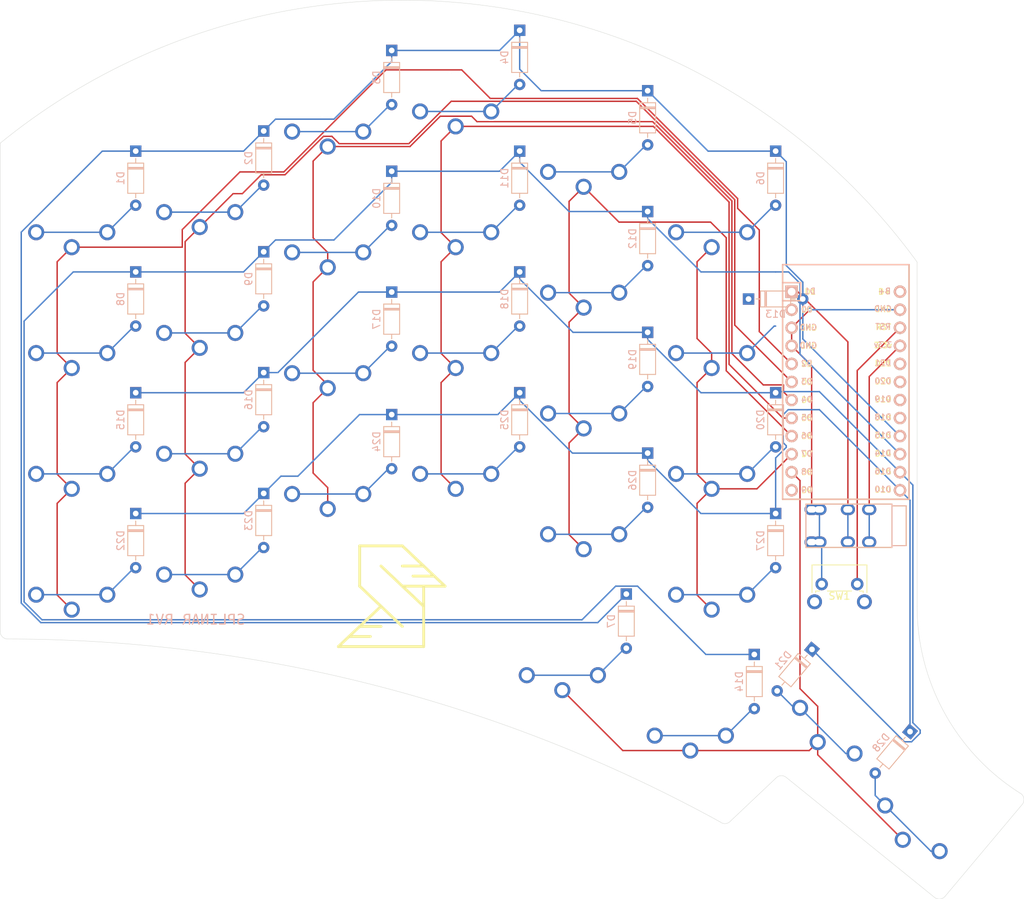
<source format=kicad_pcb>
(kicad_pcb (version 20240108) (generator "pcbnew") (generator_version "8.0")
  (layers (0 "F.Cu" signal) (31 "B.Cu" signal) (34 "B.Paste" user) (35 "F.Paste" user) (36 "B.SilkS" user "B.Silkscreen") (37 "F.SilkS" user "F.Silkscreen") (38 "B.Mask" user) (39 "F.Mask" user) (44 "Edge.Cuts" user))
  (net 0 "")
  (net 1 "Net-(D1-A)")
  (net 2 "Row 0")
  (net 3 "Net-(D2-A)")
  (net 4 "Net-(D3-A)")
  (net 5 "Net-(D4-A)")
  (net 6 "Net-(D5-A)")
  (net 7 "Net-(D6-A)")
  (net 8 "Net-(D7-A)")
  (net 9 "Row 1")
  (net 10 "Net-(D8-A)")
  (net 11 "Net-(D9-A)")
  (net 12 "Net-(D10-A)")
  (net 13 "Net-(D11-A)")
  (net 14 "Net-(D12-A)")
  (net 15 "Net-(D13-A)")
  (net 16 "Net-(D14-A)")
  (net 17 "Net-(D15-A)")
  (net 18 "Row 2")
  (net 19 "Net-(D16-A)")
  (net 20 "Net-(D17-A)")
  (net 21 "Net-(D18-A)")
  (net 22 "Net-(D19-A)")
  (net 23 "Net-(D20-A)")
  (net 24 "Net-(D21-A)")
  (net 25 "Row 3")
  (net 26 "Net-(D22-A)")
  (net 27 "Net-(D23-A)")
  (net 28 "Net-(D24-A)")
  (net 29 "Net-(D25-A)")
  (net 30 "Net-(D26-A)")
  (net 31 "Net-(D27-A)")
  (net 32 "Net-(D28-A)")
  (net 33 "Column 0")
  (net 34 "Column 1")
  (net 35 "Column 2")
  (net 36 "Column 3")
  (net 37 "Column 4")
  (net 38 "Column 5")
  (net 39 "Column 6")
  (net 40 "GND")
  (net 47 "RST")
  (net 48 "SDA")
  (net 49 "VCC")
  (footprint "Flippy:Kailh-PG1350-1u-reversible-No-Clickhole" (layer "F.Cu") (at 72 105.066661)
    (property "Reference" "S23")
    (property "Value" "Keyswitch" (hide yes))
  )
  (footprint "Flippy:Kailh-PG1350-1u-reversible-No-Clickhole" (layer "F.Cu") (at 72 71.066661)
    (property "Reference" "S9")
    (property "Value" "Keyswitch" (hide yes))
  )
  (footprint "Flippy:Kailh-PG1350-1u-reversible-No-Clickhole" (layer "F.Cu") (at 126 99.399995)
    (property "Reference" "S26")
    (property "Value" "Keyswitch" (hide yes))
  )
  (footprint "Flippy:Kailh-PG1350-1u-reversible-No-Clickhole" (layer "F.Cu") (at 126 82.399995)
    (property "Reference" "S19")
    (property "Value" "Keyswitch" (hide yes))
  )
  (footprint "Flippy:Kailh-PG1350-1u-reversible-No-Clickhole" (layer "F.Cu") (at 90 76.733329)
    (property "Reference" "S17")
    (property "Value" "Keyswitch" (hide yes))
  )
  (footprint "Flippy:Kailh-PG1350-1u-reversible-No-Clickhole" (layer "F.Cu") (at 54 73.9)
    (property "Reference" "S8")
    (property "Value" "Keyswitch" (hide yes))
  )
  (footprint "Flippy:Kailh-PG1350-1u-reversible-No-Clickhole" (layer "F.Cu") (at 162.707553 127.926004 -40)
    (property "Reference" "S21")
    (property "Value" "Keyswitch" (hide yes))
  )
  (footprint "Flippy:Kailh-PG1350-1u-reversible-No-Clickhole" (layer "F.Cu") (at 72 88.066661)
    (property "Reference" "S16")
    (property "Value" "Keyswitch" (hide yes))
  )
  (footprint "Flippy:Kailh-PG1350-1u-reversible-No-Clickhole" (layer "F.Cu") (at 90 93.733329)
    (property "Reference" "S24")
    (property "Value" "Keyswitch" (hide yes))
  )
  (footprint "Flippy:Kailh-PG1350-1u-reversible-No-Clickhole" (layer "F.Cu") (at 126 48.399995)
    (property "Reference" "S5")
    (property "Value" "Keyswitch" (hide yes))
  )
  (footprint "Flippy:Kailh-PG1350-1u-reversible-No-Clickhole" (layer "F.Cu") (at 126 65.399995)
    (property "Reference" "S12")
    (property "Value" "Keyswitch" (hide yes))
  )
  (footprint "Flippy:Kailh-PG1350-1u-reversible-No-Clickhole" (layer "F.Cu") (at 144 73.899994)
    (property "Reference" "S13")
    (property "Value" "Keyswitch" (hide yes))
  )
  (footprint "Flippy:Kailh-PG1350-1u-reversible-No-Clickhole" (layer "F.Cu") (at 90 42.733329)
    (property "Reference" "S3")
    (property "Value" "Keyswitch" (hide yes))
  )
  (footprint "Flippy:Kailh-PG1350-1u-reversible-No-Clickhole" (layer "F.Cu") (at 108 56.899996)
    (property "Reference" "S11")
    (property "Value" "Keyswitch" (hide yes))
  )
  (footprint "Keebio:SW_Tactile_SPST_Angled_MJTP1117" (layer "F.Cu") (at 159.475 110.2125)
    (property "Reference" "SW1")
    (property "Value" "SW_Push")
  )
  (footprint "Flippy:Kailh-PG1350-1u-reversible-No-Clickhole" (layer "F.Cu") (at 144 107.899994)
    (property "Reference" "S27")
    (property "Value" "Keyswitch" (hide yes))
  )
  (footprint "ScottoKeebs_MCU:Nice_Nano_V2" (layer "F.Cu") (at 162.87 83.0325)
    (property "Reference" "U2" (hide yes))
    (property "Value" "Nice_Nano_V2" (hide yes))
  )
  (footprint "Flippy:Kailh-PG1350-1u-reversible-No-Clickhole" (layer "F.Cu") (at 108 90.899996)
    (property "Reference" "S25")
    (property "Value" "Keyswitch" (hide yes))
  )
  (footprint "Flippy:Kailh-PG1350-1u-reversible-No-Clickhole" (layer "F.Cu") (at 54 90.9)
    (property "Reference" "S15")
    (property "Value" "Keyswitch" (hide yes))
  )
  (footprint "Flippy:Kailh-PG1350-1u-reversible-No-Clickhole" (layer "F.Cu") (at 54 56.9)
    (property "Reference" "S1")
    (property "Value" "Keyswitch" (hide yes))
  )
  (footprint "Flippy:TRRS_PJ-320A_FLIP" (layer "F.Cu") (at 169.3625 102 -90)
    (property "Reference" "U1")
    (property "Value" "TRRS")
  )
  (footprint "Flippy:Kailh-PG1350-1u-reversible-No-Clickhole" (layer "F.Cu") (at 123 119.23332)
    (property "Reference" "S7")
    (property "Value" "Keyswitch" (hide yes))
  )
  (footprint "Flippy:Kailh-PG1350-1u-reversible-No-Clickhole" (layer "F.Cu") (at 144 90.899994)
    (property "Reference" "S20")
    (property "Value" "Keyswitch" (hide yes))
  )
  (footprint "Flippy:Kailh-PG1350-1u-reversible-No-Clickhole" (layer "F.Cu") (at 144 56.899994)
    (property "Reference" "S6")
    (property "Value" "Keyswitch" (hide yes))
  )
  (footprint "Flippy:Kailh-PG1350-1u-reversible-No-Clickhole" (layer "F.Cu") (at 108 39.899996)
    (property "Reference" "S4")
    (property "Value" "Keyswitch" (hide yes))
  )
  (footprint "Flippy:Kailh-PG1350-1u-reversible-No-Clickhole" (layer "F.Cu") (at 174.675112 141.66665 -40)
    (property "Reference" "S28")
    (property "Value" "Keyswitch" (hide yes))
  )
  (footprint "Flippy:Kailh-PG1350-1u-reversible-No-Clickhole" (layer "F.Cu") (at 90 59.733329)
    (property "Reference" "S10")
    (property "Value" "Keyswitch" (hide yes))
  )
  (footprint "Flippy:Kailh-PG1350-1u-reversible-No-Clickhole" (layer "F.Cu") (at 54 107.9)
    (property "Reference" "S22")
    (property "Value" "Keyswitch" (hide yes))
  )
  (footprint "Flippy:Kailh-PG1350-1u-reversible-No-Clickhole" (layer "F.Cu") (at 108 73.899996)
    (property "Reference" "S18")
    (property "Value" "Keyswitch" (hide yes))
  )
  (footprint "Flippy:Kailh-PG1350-1u-reversible-No-Clickhole" (layer "F.Cu") (at 141 127.733319)
    (property "Reference" "S14")
    (property "Value" "Keyswitch" (hide yes))
  )
  (footprint "Flippy:Kailh-PG1350-1u-reversible-No-Clickhole" (layer "F.Cu") (at 72 54.066661)
    (property "Reference" "S2")
    (property "Value" "Keyswitch" (hide yes))
  )
  (footprint "Flippy:Diode_DO-35-FLIP" (layer "B.Cu") (at 150 120.113319 -90)
    (property "Reference" "D14")
    (property "Value" "Diode")
  )
  (footprint "Flippy:Diode_DO-35-FLIP" (layer "B.Cu") (at 81 63.446661 -90)
    (property "Reference" "D9")
    (property "Value" "Diode")
  )
  (footprint "Flippy:Diode_DO-35-FLIP" (layer "B.Cu") (at 81 80.446661 -90)
    (property "Reference" "D16")
    (property "Value" "Diode")
  )
  (footprint "Flippy:Diode_DO-35-FLIP" (layer "B.Cu") (at 63 66.28 -90)
    (property "Reference" "D8")
    (property "Value" "Diode")
  )
  (footprint "Flippy:Diode_DO-35-FLIP" (layer "B.Cu") (at 117 49.279996 -90)
    (property "Reference" "D11")
    (property "Value" "Diode")
  )
  (footprint "Flippy:Diode_DO-35-FLIP" (layer "B.Cu") (at 135 91.779994 -90)
    (property "Reference" "D26")
    (property "Value" "Diode")
  )
  (footprint "Flippy:Diode_DO-35-FLIP" (layer "B.Cu") (at 117 66.28 -90)
    (property "Reference" "D18")
    (property "Value" "Diode")
  )
  (footprint "Flippy:Diode_DO-35-FLIP" (layer "B.Cu") (at 63 83.28 -90)
    (property "Reference" "D15")
    (property "Value" "Diode")
  )
  (footprint "Flippy:Diode_DO-35-FLIP" (layer "B.Cu") (at 153 49.279994 -90)
    (property "Reference" "D6")
    (property "Value" "Diode")
  )
  (footprint "Flippy:Diode_DO-35-FLIP" (layer "B.Cu") (at 63 49.28 -90)
    (property "Reference" "D1")
    (property "Value" "Diode")
  )
  (footprint "Flippy:Diode_DO-35-FLIP" (layer "B.Cu") (at 81 46.446661 -90)
    (property "Reference" "D2")
    (property "Value" "Diode")
  )
  (footprint "Flippy:Diode_DO-35-FLIP" (layer "B.Cu") (at 117 32.279996 -90)
    (property "Reference" "D4")
    (property "Value" "Diode")
  )
  (footprint "Flippy:Diode_DO-35-FLIP" (layer "B.Cu") (at 99 35.113329 -90)
    (property "Reference" "D3")
    (property "Value" "Diode")
  )
  (footprint "Flippy:Diode_DO-35-FLIP" (layer "B.Cu") (at 135 40.78 -90)
    (property "Reference" "D5")
    (property "Value" "Diode")
  )
  (footprint "Flippy:Diode_DO-35-FLIP" (layer "B.Cu") (at 99 86.355 -90)
    (property "Reference" "D24")
    (property "Value" "Diode")
  )
  (footprint "Flippy:Diode_DO-35-FLIP" (layer "B.Cu") (at 149.19 70.089994)
    (property "Reference" "D13")
    (property "Value" "Diode")
  )
  (footprint "Flippy:Diode_DO-35-FLIP" (layer "B.Cu") (at 135 57.78 -90)
    (property "Reference" "D12")
    (property "Value" "Diode")
  )
  (footprint "Flippy:Diode_DO-35-FLIP" (layer "B.Cu") (at 158.1112 119.4 -130)
    (property "Reference" "D21")
    (property "Value" "Diode")
  )
  (footprint "Flippy:Diode_DO-35-FLIP" (layer "B.Cu") (at 117 83.279996 -90)
    (property "Reference" "D25")
    (property "Value" "Diode")
  )
  (footprint "Flippy:Diode_DO-35-FLIP" (layer "B.Cu") (at 132 111.613319 -90)
    (property "Reference" "D7")
    (property "Value" "Diode")
  )
  (footprint "Flippy:Diode_DO-35-FLIP" (layer "B.Cu") (at 99 69.113329 -90)
    (property "Reference" "D17")
    (property "Value" "Diode")
  )
  (footprint "Flippy:Diode_DO-35-FLIP" (layer "B.Cu") (at 99 52.113329 -90)
    (property "Reference" "D10")
    (property "Value" "Diode")
  )
  (footprint "Flippy:Diode_DO-35-FLIP" (layer "B.Cu") (at 81 97.446661 -90)
    (property "Reference" "D23")
    (property "Value" "Diode")
  )
  (footprint "Flippy:Diode_DO-35-FLIP" (layer "B.Cu") (at 153 100.28 -90)
    (property "Reference" "D27")
    (property "Value" "Diode")
  )
  (footprint "Flippy:Diode_DO-35-FLIP" (layer "B.Cu") (at 171.9 130.970177 -130)
    (property "Reference" "D28")
    (property "Value" "Diode")
  )
  (footprint "Flippy:Diode_DO-35-FLIP" (layer "B.Cu") (at 153 83.28 -90)
    (property "Reference" "D20")
    (property "Value" "Diode")
  )
  (footprint "Flippy:Diode_DO-35-FLIP" (layer "B.Cu") (at 135 74.78 -90)
    (property "Reference" "D19")
    (property "Value" "Diode")
  )
  (footprint "Flippy:Diode_DO-35-FLIP" (layer "B.Cu") (at 63 100.28 -90)
    (property "Reference" "D22")
    (property "Value" "Diode")
  )
  (gr_line (start 102 109.083359) (end 105 109.083359) (stroke (width 0.4)) (layer "F.SilkS"))
  (gr_line (start 106.5 110.500026) (end 100.5 110.500026) (stroke (width 0.4)) (layer "F.SilkS"))
  (gr_line (start 100.5 116.166694) (end 94.499957 110.500071) (stroke (width 0.4)) (layer "F.SilkS"))
  (gr_line (start 100.5 104.833358) (end 106.5 110.500026) (stroke (width 0.4)) (layer "F.SilkS"))
  (gr_line (start 97.5 113.33336) (end 91.499957 118.999983) (stroke (width 0.4)) (layer "F.SilkS"))
  (gr_line (start 100.5 107.666692) (end 103.5 107.666692) (stroke (width 0.4)) (layer "F.SilkS"))
  (gr_line (start 94.5 104.833358) (end 100.5 104.833358) (stroke (width 0.4)) (layer "F.SilkS"))
  (gr_line (start 94.5 110.500026) (end 94.5 104.833358) (stroke (width 0.4)) (layer "F.SilkS"))
  (gr_line (start 97.5 107.666692) (end 103.5 113.33336) (stroke (width 0.4)) (layer "F.SilkS"))
  (gr_line (start 94.5 116.166694) (end 97.5 116.166694) (stroke (width 0.4)) (layer "F.SilkS"))
  (gr_line (start 91.5 119.000028) (end 103.5 119.000028) (stroke (width 0.4)) (layer "F.SilkS"))
  (gr_line (start 103.5 119.000028) (end 103.5 110.500026) (stroke (width 0.4)) (layer "F.SilkS"))
  (gr_line (start 93 117.583361) (end 96 117.583361) (stroke (width 0.4)) (layer "F.SilkS"))
  (gr_line (start 105 109.083359) (end 103.5 107.666692) (stroke (width 0.1)) (layer "F.SilkS"))
  (gr_arc (start 45 117.9375) (mid 44.248699 117.626301) (end 43.9375 116.875) (stroke (width 0.05)) (layer "Edge.Cuts"))
  (gr_arc (start 146.676237 143.535476) (mid 145.954913 143.910928) (end 145.179352 143.666435) (stroke (width 0.05)) (layer "Edge.Cuts"))
  (gr_line (start 154.5 137.416699) (end 175.329594 154.281959) (stroke (width 0.05)) (layer "Edge.Cuts"))
  (gr_line (start 187.67352 141.223999) (end 176.826479 154.151) (stroke (width 0.05)) (layer "Edge.Cuts"))
  (gr_arc (start 176.826479 154.151) (mid 176.105159 154.526495) (end 175.329594 154.281959) (stroke (width 0.05)) (layer "Edge.Cuts"))
  (gr_arc (start 187.542559 139.727116) (mid 176.802804 128.426081) (end 172.895696 113.33336) (stroke (width 0.05)) (layer "Edge.Cuts"))
  (gr_arc (start 187.542559 139.727117) (mid 187.918053 140.448435) (end 187.67352 141.223999) (stroke (width 0.05)) (layer "Edge.Cuts"))
  (gr_arc (start 43.937496 48.166662) (mid 112.010304 28.782979) (end 172.891486 64.881676) (stroke (width 0.05)) (layer "Edge.Cuts"))
  (gr_arc (start 45 117.9375) (mid 96.71528 124.472443) (end 145.179352 143.666435) (stroke (width 0.05)) (layer "Edge.Cuts"))
  (gr_line (start 146.676237 143.535476) (end 153.003115 137.547658) (stroke (width 0.05)) (layer "Edge.Cuts"))
  (gr_line (start 43.937495 48.166661) (end 43.9375 116.875) (stroke (width 0.05)) (layer "Edge.Cuts"))
  (gr_line (start 172.895696 113.33336) (end 172.891486 64.881676) (stroke (width 0.05)) (layer "Edge.Cuts"))
  (gr_arc (start 153.003115 137.547658) (mid 153.724439 137.172206) (end 154.5 137.416699) (stroke (width 0.05)) (layer "Edge.Cuts"))
  (gr_text "SPLINAR RV1" (at 64.5 116.166694 0) (layer "B.SilkS") (effects (font (size 1.5 1.5) (thickness 0.1)) (justify right bottom mirror)))
  (segment (start 62.8 56.9) (end 63 56.9) (width 0.2) (layer "B.Cu") (net 1))
  (segment (start 49 60.7) (end 59 60.7) (width 0.2) (layer "B.Cu") (net 1))
  (segment (start 59 60.7) (end 62.8 56.9) (width 0.2) (layer "B.Cu") (net 1))
  (segment (start 78.166661 49.28) (end 81 46.446661) (width 0.2) (layer "B.Cu") (net 2))
  (segment (start 63 49.28) (end 78.166661 49.28) (width 0.2) (layer "B.Cu") (net 2))
  (segment (start 117 37.75) (end 120.03 40.78) (width 0.2) (layer "B.Cu") (net 2))
  (segment (start 154.5 50.779994) (end 154.5 65.394215) (width 0.2) (layer "B.Cu") (net 2))
  (segment (start 154.5 65.394215) (end 156.8263 67.720515) (width 0.2) (layer "B.Cu") (net 2))
  (segment (start 82.663332 44.783329) (end 90.883347 44.783329) (width 0.2) (layer "B.Cu") (net 2))
  (segment (start 58.303347 49.28) (end 63 49.28) (width 0.2) (layer "B.Cu") (net 2))
  (segment (start 143.499994 49.279994) (end 153 49.279994) (width 0.2) (layer "B.Cu") (net 2))
  (segment (start 153 49.279994) (end 154.5 50.779994) (width 0.2) (layer "B.Cu") (net 2))
  (segment (start 117 32.279996) (end 117 37.75) (width 0.2) (layer "B.Cu") (net 2))
  (segment (start 49.648621 115.631) (end 46.9 112.882378) (width 0.2) (layer "B.Cu") (net 2))
  (segment (start 156.8263 75.7188) (end 170.49 89.3825) (width 0.2) (layer "B.Cu") (net 2))
  (segment (start 114.166667 35.113329) (end 117 32.279996) (width 0.2) (layer "B.Cu") (net 2))
  (segment (start 127.982319 115.631) (end 49.648621 115.631) (width 0.2) (layer "B.Cu") (net 2))
  (segment (start 46.9 112.882378) (end 46.9 60.683347) (width 0.2) (layer "B.Cu") (net 2))
  (segment (start 135 40.78) (end 143.499994 49.279994) (width 0.2) (layer "B.Cu") (net 2))
  (segment (start 90.883347 44.783329) (end 99 36.666676) (width 0.2) (layer "B.Cu") (net 2))
  (segment (start 99 35.113329) (end 114.166667 35.113329) (width 0.2) (layer "B.Cu") (net 2))
  (segment (start 81 46.446661) (end 82.663332 44.783329) (width 0.2) (layer "B.Cu") (net 2))
  (segment (start 132 111.613319) (end 127.982319 115.631) (width 0.2) (layer "B.Cu") (net 2))
  (segment (start 46.9 60.683347) (end 58.303347 49.28) (width 0.2) (layer "B.Cu") (net 2))
  (segment (start 120.03 40.78) (end 135 40.78) (width 0.2) (layer "B.Cu") (net 2))
  (segment (start 99 36.666676) (end 99 35.113329) (width 0.2) (layer "B.Cu") (net 2))
  (segment (start 156.8263 67.720515) (end 156.8263 75.7188) (width 0.2) (layer "B.Cu") (net 2))
  (segment (start 67 57.866661) (end 77 57.866661) (width 0.2) (layer "B.Cu") (net 3))
  (segment (start 77 57.866661) (end 80.8 54.066661) (width 0.2) (layer "B.Cu") (net 3))
  (segment (start 80.8 54.066661) (end 81 54.066661) (width 0.2) (layer "B.Cu") (net 3))
  (segment (start 98.8 42.733329) (end 99 42.733329) (width 0.2) (layer "B.Cu") (net 4))
  (segment (start 85 46.533329) (end 95 46.533329) (width 0.2) (layer "B.Cu") (net 4))
  (segment (start 95 46.533329) (end 98.8 42.733329) (width 0.2) (layer "B.Cu") (net 4))
  (segment (start 103 43.699996) (end 113 43.699996) (width 0.2) (layer "B.Cu") (net 5))
  (segment (start 113 43.699996) (end 116.8 39.899996) (width 0.2) (layer "B.Cu") (net 5))
  (segment (start 116.8 39.899996) (end 117 39.899996) (width 0.2) (layer "B.Cu") (net 5))
  (segment (start 134.799995 48.4) (end 135 48.4) (width 0.2) (layer "B.Cu") (net 6))
  (segment (start 121 52.199995) (end 131 52.199995) (width 0.2) (layer "B.Cu") (net 6))
  (segment (start 131 52.199995) (end 134.799995 48.4) (width 0.2) (layer "B.Cu") (net 6))
  (segment (start 149 60.699994) (end 152.8 56.899994) (width 0.2) (layer "B.Cu") (net 7))
  (segment (start 152.8 56.899994) (end 153 56.899994) (width 0.2) (layer "B.Cu") (net 7))
  (segment (start 139 60.699994) (end 149 60.699994) (width 0.2) (layer "B.Cu") (net 7))
  (segment (start 128 123.03332) (end 131.800001 119.233319) (width 0.2) (layer "B.Cu") (net 8))
  (segment (start 118 123.03332) (end 128 123.03332) (width 0.2) (layer "B.Cu") (net 8))
  (segment (start 131.800001 119.233319) (end 132 119.233319) (width 0.2) (layer "B.Cu") (net 8))
  (segment (start 78.166661 66.28) (end 81 63.446661) (width 0.2) (layer "B.Cu") (net 9))
  (segment (start 54.220016 66.28) (end 63 66.28) (width 0.2) (layer "B.Cu") (net 9))
  (segment (start 130.5 110.500026) (end 125.769026 115.231) (width 0.2) (layer "B.Cu") (net 9))
  (segment (start 117 50.833346) (end 117 49.279996) (width 0.2) (layer "B.Cu") (net 9))
  (segment (start 47.3 73.200016) (end 54.220016 66.28) (width 0.2) (layer "B.Cu") (net 9))
  (segment (start 156.4263 67.8862) (end 154.820094 66.279994) (width 0.2) (layer "B.Cu") (net 9))
  (segment (start 143.196626 120.113319) (end 133.583333 110.500026) (width 0.2) (layer "B.Cu") (net 9))
  (segment (start 125.769026 115.231) (end 49.814307 115.231) (width 0.2) (layer "B.Cu") (net 9))
  (segment (start 142.499994 66.279994) (end 153 66.279994) (width 0.2) (layer "B.Cu") (net 9))
  (segment (start 133.583333 110.500026) (end 130.5 110.500026) (width 0.2) (layer "B.Cu") (net 9))
  (segment (start 82.663332 61.783329) (end 90.883351 61.783329) (width 0.2) (layer "B.Cu") (net 9))
  (segment (start 114.166667 52.113329) (end 117 49.279996) (width 0.2) (layer "B.Cu") (net 9))
  (segment (start 63 66.28) (end 78.166661 66.28) (width 0.2) (layer "B.Cu") (net 9))
  (segment (start 81 63.446661) (end 82.663332 61.783329) (width 0.2) (layer "B.Cu") (net 9))
  (segment (start 90.883351 61.783329) (end 99 53.66668) (width 0.2) (layer "B.Cu") (net 9))
  (segment (start 47.3 112.716693) (end 47.3 73.200016) (width 0.2) (layer "B.Cu") (net 9))
  (segment (start 99 53.66668) (end 99 52.113329) (width 0.2) (layer "B.Cu") (net 9))
  (segment (start 150 120.113319) (end 143.196626 120.113319) (width 0.2) (layer "B.Cu") (net 9))
  (segment (start 135 58.78) (end 142.499994 66.279994) (width 0.2) (layer "B.Cu") (net 9))
  (segment (start 123.946654 57.78) (end 117 50.833346) (width 0.2) (layer "B.Cu") (net 9))
  (segment (start 135 57.78) (end 123.946654 57.78) (width 0.2) (layer "B.Cu") (net 9))
  (segment (start 99 52.113329) (end 114.166667 52.113329) (width 0.2) (layer "B.Cu") (net 9))
  (segment (start 154.820094 66.279994) (end 153 66.279994) (width 0.2) (layer "B.Cu") (net 9))
  (segment (start 170.49 91.9225) (end 156.4263 77.8588) (width 0.2) (layer "B.Cu") (net 9))
  (segment (start 135 57.78) (end 135 58.78) (width 0.2) (layer "B.Cu") (net 9))
  (segment (start 49.814307 115.231) (end 47.3 112.716693) (width 0.2) (layer "B.Cu") (net 9))
  (segment (start 156.4263 77.8588) (end 156.4263 67.8862) (width 0.2) (layer "B.Cu") (net 9))
  (segment (start 59 77.7) (end 62.8 73.9) (width 0.2) (layer "B.Cu") (net 10))
  (segment (start 62.8 73.9) (end 63 73.9) (width 0.2) (layer "B.Cu") (net 10))
  (segment (start 49 77.7) (end 59 77.7) (width 0.2) (layer "B.Cu") (net 10))
  (segment (start 80.8 71.066661) (end 81 71.066661) (width 0.2) (layer "B.Cu") (net 11))
  (segment (start 67 74.866661) (end 77 74.866661) (width 0.2) (layer "B.Cu") (net 11))
  (segment (start 77 74.866661) (end 80.8 71.066661) (width 0.2) (layer "B.Cu") (net 11))
  (segment (start 98.8 59.733329) (end 99 59.733329) (width 0.2) (layer "B.Cu") (net 12))
  (segment (start 95 63.533329) (end 98.8 59.733329) (width 0.2) (layer "B.Cu") (net 12))
  (segment (start 85 63.533329) (end 95 63.533329) (width 0.2) (layer "B.Cu") (net 12))
  (segment (start 103 60.699996) (end 113 60.699996) (width 0.2) (layer "B.Cu") (net 13))
  (segment (start 113 60.699996) (end 116.8 56.899996) (width 0.2) (layer "B.Cu") (net 13))
  (segment (start 116.8 56.899996) (end 117 56.899996) (width 0.2) (layer "B.Cu") (net 13))
  (segment (start 121 69.199995) (end 131 69.199995) (width 0.2) (layer "B.Cu") (net 14))
  (segment (start 134.799995 65.4) (end 135 65.4) (width 0.2) (layer "B.Cu") (net 14))
  (segment (start 131 69.199995) (end 134.799995 65.4) (width 0.2) (layer "B.Cu") (net 14))
  (segment (start 149 77.699994) (end 152.8 73.899994) (width 0.2) (layer "B.Cu") (net 15))
  (segment (start 152.8 73.899994) (end 153 73.899994) (width 0.2) (layer "B.Cu") (net 15))
  (segment (start 139 77.699994) (end 149 77.699994) (width 0.2) (layer "B.Cu") (net 15))
  (segment (start 136 131.533319) (end 146 131.533319) (width 0.2) (layer "B.Cu") (net 16))
  (segment (start 149.8 127.733319) (end 150 127.733319) (width 0.2) (layer "B.Cu") (net 16))
  (segment (start 146 131.533319) (end 149.8 127.733319) (width 0.2) (layer "B.Cu") (net 16))
  (segment (start 62.8 90.9) (end 63 90.9) (width 0.2) (layer "B.Cu") (net 17))
  (segment (start 59 94.7) (end 62.8 90.9) (width 0.2) (layer "B.Cu") (net 17))
  (segment (start 49 94.7) (end 59 94.7) (width 0.2) (layer "B.Cu") (net 17))
  (segment (start 172.3 96.2725) (end 170.49 94.4625) (width 0.2) (layer "B.Cu") (net 18))
  (segment (start 159.1537 83.1262) (end 170.49 94.4625) (width 0.2) (layer "B.Cu") (net 18))
  (segment (start 173.327066 131.193047) (end 173.327066 130.747307) (width 0.2) (layer "B.Cu") (net 18))
  (segment (start 135 74.78) (end 135 75.78) (width 0.2) (layer "B.Cu") (net 18))
  (segment (start 135 75.78) (end 142.5 83.28) (width 0.2) (layer "B.Cu") (net 18))
  (segment (start 158.1112 119.4) (end 171.108443 132.397243) (width 0.2) (layer "B.Cu") (net 18))
  (segment (start 117 67.28) (end 124.5 74.78) (width 0.2) (layer "B.Cu") (net 18))
  (segment (start 153.1538 83.1262) (end 159.1537 83.1262) (width 0.2) (layer "B.Cu") (net 18))
  (segment (start 114.166671 69.113329) (end 117 66.28) (width 0.2) (layer "B.Cu") (net 18))
  (segment (start 63 83.28) (end 78.166661 83.28) (width 0.2) (layer "B.Cu") (net 18))
  (segment (start 153 83.28) (end 153.1538 83.1262) (width 0.2) (layer "B.Cu") (net 18))
  (segment (start 99 69.113329) (end 114.166671 69.113329) (width 0.2) (layer "B.Cu") (net 18))
  (segment (start 82.993578 80.446661) (end 94.32691 69.113329) (width 0.2) (layer "B.Cu") (net 18))
  (segment (start 142.5 83.28) (end 153 83.28) (width 0.2) (layer "B.Cu") (net 18))
  (segment (start 117 66.28) (end 117 67.28) (width 0.2) (layer "B.Cu") (net 18))
  (segment (start 81 80.446661) (end 82.993578 80.446661) (width 0.2) (layer "B.Cu") (net 18))
  (segment (start 173.327066 130.747307) (end 172.3 129.720241) (width 0.2) (layer "B.Cu") (net 18))
  (segment (start 171.108443 132.397243) (end 172.12287 132.397243) (width 0.2) (layer "B.Cu") (net 18))
  (segment (start 78.166661 83.28) (end 81 80.446661) (width 0.2) (layer "B.Cu") (net 18))
  (segment (start 172.3 129.720241) (end 172.3 96.2725) (width 0.2) (layer "B.Cu") (net 18))
  (segment (start 94.32691 69.113329) (end 99 69.113329) (width 0.2) (layer "B.Cu") (net 18))
  (segment (start 172.12287 132.397243) (end 173.327066 131.193047) (width 0.2) (layer "B.Cu") (net 18))
  (segment (start 124.5 74.78) (end 135 74.78) (width 0.2) (layer "B.Cu") (net 18))
  (segment (start 80.8 88.066661) (end 81 88.066661) (width 0.2) (layer "B.Cu") (net 19))
  (segment (start 77 91.866661) (end 80.8 88.066661) (width 0.2) (layer "B.Cu") (net 19))
  (segment (start 67 91.866661) (end 77 91.866661) (width 0.2) (layer "B.Cu") (net 19))
  (segment (start 98.8 76.733329) (end 99 76.733329) (width 0.2) (layer "B.Cu") (net 20))
  (segment (start 95 80.533329) (end 98.8 76.733329) (width 0.2) (layer "B.Cu") (net 20))
  (segment (start 85 80.533329) (end 95 80.533329) (width 0.2) (layer "B.Cu") (net 20))
  (segment (start 116.799996 73.9) (end 117 73.9) (width 0.2) (layer "B.Cu") (net 21))
  (segment (start 113 77.699996) (end 116.799996 73.9) (width 0.2) (layer "B.Cu") (net 21))
  (segment (start 103 77.699996) (end 113 77.699996) (width 0.2) (layer "B.Cu") (net 21))
  (segment (start 134.799995 82.4) (end 135 82.4) (width 0.2) (layer "B.Cu") (net 22))
  (segment (start 131 86.199995) (end 134.799995 82.4) (width 0.2) (layer "B.Cu") (net 22))
  (segment (start 121 86.199995) (end 131 86.199995) (width 0.2) (layer "B.Cu") (net 22))
  (segment (start 152.799994 90.9) (end 153 90.9) (width 0.2) (layer "B.Cu") (net 23))
  (segment (start 139 94.699994) (end 149 94.699994) (width 0.2) (layer "B.Cu") (net 23))
  (segment (start 149 94.699994) (end 152.799994 90.9) (width 0.2) (layer "B.Cu") (net 23))
  (segment (start 153.213158 125.237259) (end 155.598934 127.623035) (width 0.2) (layer "B.Cu") (net 24))
  (segment (start 156.434738 127.623035) (end 162.862614 134.050911) (width 0.2) (layer "B.Cu") (net 24))
  (segment (start 162.862614 134.050911) (end 164.095182 134.050911) (width 0.2) (layer "B.Cu") (net 24))
  (segment (start 155.598934 127.623035) (end 156.434738 127.623035) (width 0.2) (layer "B.Cu") (net 24))
  (segment (start 142.500006 100.28) (end 153 100.28) (width 0.2) (layer "B.Cu") (net 25))
  (segment (start 135 91.779994) (end 135 92.779994) (width 0.2) (layer "B.Cu") (net 25))
  (segment (start 63 100.28) (end 78.166661 100.28) (width 0.2) (layer "B.Cu") (net 25))
  (segment (start 153 100.28) (end 153 92.455635) (width 0.2) (layer "B.Cu") (net 25))
  (segment (start 171.9 98.4125) (end 170.49 97.0025) (width 0.2) (layer "B.Cu") (net 25))
  (segment (start 117 84.35258) (end 124.427414 91.779994) (width 0.2) (layer "B.Cu") (net 25))
  (segment (start 154.0737 86.35526) (end 154.76276 85.6662) (width 0.2) (layer "B.Cu") (net 25))
  (segment (start 154.5 90.955635) (end 154.5 90.750021) (width 0.2) (layer "B.Cu") (net 25))
  (segment (start 113.924996 86.355) (end 117 83.279996) (width 0.2) (layer "B.Cu") (net 25))
  (segment (start 83.422083 95.024578) (end 85.809613 95.024578) (width 0.2) (layer "B.Cu") (net 25))
  (segment (start 94.479191 86.355) (end 99 86.355) (width 0.2) (layer "B.Cu") (net 25))
  (segment (start 154.76276 85.6662) (end 159.1537 85.6662) (width 0.2) (layer "B.Cu") (net 25))
  (segment (start 171.9 130.970177) (end 171.9 98.4125) (width 0.2) (layer "B.Cu") (net 25))
  (segment (start 154.0737 90.323721) (end 154.0737 86.35526) (width 0.2) (layer "B.Cu") (net 25))
  (segment (start 81 97.446661) (end 83.422083 95.024578) (width 0.2) (layer "B.Cu") (net 25))
  (segment (start 135 92.779994) (end 142.500006 100.28) (width 0.2) (layer "B.Cu") (net 25))
  (segment (start 154.5 90.750021) (end 154.0737 90.323721) (width 0.2) (layer "B.Cu") (net 25))
  (segment (start 78.166661 100.28) (end 81 97.446661) (width 0.2) (layer "B.Cu") (net 25))
  (segment (start 99 86.355) (end 113.924996 86.355) (width 0.2) (layer "B.Cu") (net 25))
  (segment (start 153 92.455635) (end 154.5 90.955635) (width 0.2) (layer "B.Cu") (net 25))
  (segment (start 117 83.279996) (end 117 84.35258) (width 0.2) (layer "B.Cu") (net 25))
  (segment (start 159.1537 85.6662) (end 170.49 97.0025) (width 0.2) (layer "B.Cu") (net 25))
  (segment (start 85.809613 95.024578) (end 94.479191 86.355) (width 0.2) (layer "B.Cu") (net 25))
  (segment (start 124.427414 91.779994) (end 135 91.779994) (width 0.2) (layer "B.Cu") (net 25))
  (segment (start 62.8 107.9) (end 63 107.9) (width 0.2) (layer "B.Cu") (net 26))
  (segment (start 59 111.7) (end 62.8 107.9) (width 0.2) (layer "B.Cu") (net 26))
  (segment (start 49 111.7) (end 59 111.7) (width 0.2) (layer "B.Cu") (net 26))
  (segment (start 67 108.866661) (end 77 108.866661) (width 0.2) (layer "B.Cu") (net 27))
  (segment (start 80.8 105.066661) (end 81 105.066661) (width 0.2) (layer "B.Cu") (net 27))
  (segment (start 77 108.866661) (end 80.8 105.066661) (width 0.2) (layer "B.Cu") (net 27))
  (segment (start 95 97.533329) (end 98.558329 93.975) (width 0.2) (layer "B.Cu") (net 28))
  (segment (start 98.558329 93.975) (end 99 93.975) (width 0.2) (layer "B.Cu") (net 28))
  (segment (start 85 97.533329) (end 95 97.533329) (width 0.2) (layer "B.Cu") (net 28))
  (segment (start 103 94.699996) (end 113 94.699996) (width 0.2) (layer "B.Cu") (net 29))
  (segment (start 116.8 90.899996) (end 117 90.899996) (width 0.2) (layer "B.Cu") (net 29))
  (segment (start 113 94.699996) (end 116.8 90.899996) (width 0.2) (layer "B.Cu") (net 29))
  (segment (start 121 103.199995) (end 131 103.199995) (width 0.2) (layer "B.Cu") (net 30))
  (segment (start 131 103.199995) (end 134.800001 99.399994) (width 0.2) (layer "B.Cu") (net 30))
  (segment (start 134.800001 99.399994) (end 135 99.399994) (width 0.2) (layer "B.Cu") (net 30))
  (segment (start 139 111.699994) (end 149 111.699994) (width 0.2) (layer "B.Cu") (net 31))
  (segment (start 149 111.699994) (end 152.799994 107.9) (width 0.2) (layer "B.Cu") (net 31))
  (segment (start 152.799994 107.9) (end 153 107.9) (width 0.2) (layer "B.Cu") (net 31))
  (segment (start 168.402297 141.363681) (end 174.830173 147.791557) (width 0.2) (layer "B.Cu") (net 32))
  (segment (start 168.402297 141.363681) (end 168.402297 141.347736) (width 0.2) (layer "B.Cu") (net 32))
  (segment (start 168.402297 141.347736) (end 167.001958 139.947397) (width 0.2) (layer "B.Cu") (net 32))
  (segment (start 167.001958 139.947397) (end 167.001958 136.807436) (width 0.2) (layer "B.Cu") (net 32))
  (segment (start 174.830173 147.791557) (end 176.062741 147.791557) (width 0.2) (layer "B.Cu") (net 32))
  (segment (start 147.65 57.326254) (end 147.65 55.953798) (width 0.2) (layer "F.Cu") (net 33))
  (segment (start 108.849138 37.849996) (end 98.193907 37.849996) (width 0.2) (layer "F.Cu") (net 33))
  (segment (start 51.95 98.85) (end 54 96.8) (width 0.2) (layer "F.Cu") (net 33))
  (segment (start 83.834314 52.209589) (end 77.660016 52.209589) (width 0.2) (layer "F.Cu") (net 33))
  (segment (start 147.65 55.953798) (end 133.565196 41.868996) (width 0.2) (layer "F.Cu") (net 33))
  (segment (start 112.868138 41.868996) (end 108.849138 37.849996) (width 0.2) (layer "F.Cu") (net 33))
  (segment (start 51.95 64.85) (end 54 62.8) (width 0.2) (layer "F.Cu") (net 33))
  (segment (start 51.95 77.75) (end 51.95 64.85) (width 0.2) (layer "F.Cu") (net 33))
  (segment (start 69.55 60.319605) (end 69.55 62.8) (width 0.2) (layer "F.Cu") (net 33))
  (segment (start 51.95 81.85) (end 54 79.8) (width 0.2) (layer "F.Cu") (net 33))
  (segment (start 150.7 60.376254) (end 147.65 57.326254) (width 0.2) (layer "F.Cu") (net 33))
  (segment (start 54 96.8) (end 51.95 94.75) (width 0.2) (layer "F.Cu") (net 33))
  (segment (start 150.7 74.6725) (end 150.7 60.376254) (width 0.2) (layer "F.Cu") (net 33))
  (segment (start 77.660016 52.209589) (end 69.55 60.319605) (width 0.2) (layer "F.Cu") (net 33))
  (segment (start 155.25 79.2225) (end 150.7 74.6725) (width 0.2) (layer "F.Cu") (net 33))
  (segment (start 98.193907 37.849996) (end 83.834314 52.209589) (width 0.2) (layer "F.Cu") (net 33))
  (segment (start 54 79.8) (end 51.95 77.75) (width 0.2) (layer "F.Cu") (net 33))
  (segment (start 51.95 94.75) (end 51.95 81.85) (width 0.2) (layer "F.Cu") (net 33))
  (segment (start 54 113.8) (end 51.95 111.75) (width 0.2) (layer "F.Cu") (net 33))
  (segment (start 133.565196 41.868996) (end 112.868138 41.868996) (width 0.2) (layer "F.Cu") (net 33))
  (segment (start 69.55 62.8) (end 54 62.8) (width 0.2) (layer "F.Cu") (net 33))
  (segment (start 51.95 111.75) (end 51.95 98.85) (width 0.2) (layer "F.Cu") (net 33))
  (segment (start 89.40726 47.202329) (end 84 52.609589) (width 0.2) (layer "F.Cu") (net 34))
  (segment (start 91.62374 48.233329) (end 90.59274 47.202329) (width 0.2) (layer "F.Cu") (net 34))
  (segment (start 84 52.609589) (end 80.654128 52.609589) (width 0.2) (layer "F.Cu") (net 34))
  (segment (start 72 76.966661) (end 69.95 74.916661) (width 0.2) (layer "F.Cu") (net 34))
  (segment (start 69.95 96.016661) (end 72 93.966661) (width 0.2) (layer "F.Cu") (net 34))
  (segment (start 72 110.966661) (end 69.95 108.916661) (width 0.2) (layer "F.Cu") (net 34))
  (segment (start 76.7 55.266661) (end 72 59.966661) (width 0.2) (layer "F.Cu") (net 34))
  (segment (start 107.373663 42.268996) (end 101.40933 48.233329) (width 0.2) (layer "F.Cu") (net 34))
  (segment (start 69.95 108.916661) (end 69.95 96.016661) (width 0.2) (layer "F.Cu") (net 34))
  (segment (start 69.95 62.016661) (end 72 59.966661) (width 0.2) (layer "F.Cu") (net 34))
  (segment (start 133.399511 42.268996) (end 107.373663 42.268996) (width 0.2) (layer "F.Cu") (net 34))
  (segment (start 80.654128 52.609589) (end 77.997056 55.266661) (width 0.2) (layer "F.Cu") (net 34))
  (segment (start 90.59274 47.202329) (end 89.40726 47.202329) (width 0.2) (layer "F.Cu") (net 34))
  (segment (start 69.95 74.916661) (end 69.95 62.016661) (width 0.2) (layer "F.Cu") (net 34))
  (segment (start 69.95 91.916661) (end 69.95 79.016661) (width 0.2) (layer "F.Cu") (net 34))
  (segment (start 147.25 73.7625) (end 147.25 56.119484) (width 0.2) (layer "F.Cu") (net 34))
  (segment (start 69.95 79.016661) (end 72 76.966661) (width 0.2) (layer "F.Cu") (net 34))
  (segment (start 101.40933 48.233329) (end 91.62374 48.233329) (width 0.2) (layer "F.Cu") (net 34))
  (segment (start 155.25 81.7625) (end 147.25 73.7625) (width 0.2) (layer "F.Cu") (net 34))
  (segment (start 72 93.966661) (end 69.95 91.916661) (width 0.2) (layer "F.Cu") (net 34))
  (segment (start 77.997056 55.266661) (end 76.7 55.266661) (width 0.2) (layer "F.Cu") (net 34))
  (segment (start 147.25 56.119484) (end 133.399511 42.268996) (width 0.2) (layer "F.Cu") (net 34))
  (segment (start 151.263315 82.18) (end 146.85 77.766685) (width 0.2) (layer "F.Cu") (net 35))
  (segment (start 87.95 50.683329) (end 90 48.633329) (width 0.2) (layer "F.Cu") (net 35))
  (segment (start 90 82.633329) (end 90 82.166686) (width 0.2) (layer "F.Cu") (net 35))
  (segment (start 90 65.633329) (end 90 63.536273) (width 0.2) (layer "F.Cu") (net 35))
  (segment (start 101.575016 48.633329) (end 90 48.633329) (width 0.2) (layer "F.Cu") (net 35))
  (segment (start 87.95 61.486273) (end 87.95 50.683329) (width 0.2) (layer "F.Cu") (net 35))
  (segment (start 111 45.130996) (end 110.238 44.368996) (width 0.2) (layer "F.Cu") (net 35))
  (segment (start 110.238 44.368996) (end 105.839349 44.368996) (width 0.2) (layer "F.Cu") (net 35))
  (segment (start 146.85 56.28517) (end 135.695826 45.130996) (width 0.2) (layer "F.Cu") (net 35))
  (segment (start 87.95 94.582467) (end 87.95 84.683329) (width 0.2) (layer "F.Cu") (net 35))
  (segment (start 87.95 80.116686) (end 87.95 67.683329) (width 0.2) (layer "F.Cu") (net 35))
  (segment (start 135.695826 45.130996) (end 111 45.130996) (width 0.2) (layer "F.Cu") (net 35))
  (segment (start 90 96.632467) (end 87.95 94.582467) (width 0.2) (layer "F.Cu") (net 35))
  (segment (start 87.95 84.683329) (end 90 82.633329) (width 0.2) (layer "F.Cu") (net 35))
  (segment (start 90 99.633329) (end 90 96.632467) (width 0.2) (layer "F.Cu") (net 35))
  (segment (start 155.25 84.3025) (end 154.1 83.1525) (width 0.2) (layer "F.Cu") (net 35))
  (segment (start 146.85 77.766685) (end 146.85 56.28517) (width 0.2) (layer "F.Cu") (net 35))
  (segment (start 154.1 82.18) (end 151.263315 82.18) (width 0.2) (layer "F.Cu") (net 35))
  (segment (start 90 82.166686) (end 87.95 80.116686) (width 0.2) (layer "F.Cu") (net 35))
  (segment (start 154.1 83.1525) (end 154.1 82.18) (width 0.2) (layer "F.Cu") (net 35))
  (segment (start 90 63.536273) (end 87.95 61.486273) (width 0.2) (layer "F.Cu") (net 35))
  (segment (start 87.95 67.683329) (end 90 65.633329) (width 0.2) (layer "F.Cu") (net 35))
  (segment (start 105.839349 44.368996) (end 101.575016 48.633329) (width 0.2) (layer "F.Cu") (net 35))
  (segment (start 155.25 86.8425) (end 154.010725 86.8425) (width 0.2) (layer "F.Cu") (net 36))
  (segment (start 154.010725 86.8425) (end 146.45 79.281775) (width 0.2) (layer "F.Cu") (net 36))
  (segment (start 105.95 94.749996) (end 105.95 81.849996) (width 0.2) (layer "F.Cu") (net 36))
  (segment (start 108 96.799996) (end 105.95 94.749996) (width 0.2) (layer "F.Cu") (net 36))
  (segment (start 105.95 47.849996) (end 108 45.799996) (width 0.2) (layer "F.Cu") (net 36))
  (segment (start 108 79.799996) (end 105.95 77.749996) (width 0.2) (layer "F.Cu") (net 36))
  (segment (start 108 62.799996) (end 105.95 60.749996) (width 0.2) (layer "F.Cu") (net 36))
  (segment (start 105.95 60.749996) (end 105.95 47.849996) (width 0.2) (layer "F.Cu") (net 36))
  (segment (start 135.79914 45.799996) (end 108 45.799996) (width 0.2) (layer "F.Cu") (net 36))
  (segment (start 146.45 56.450856) (end 135.79914 45.799996) (width 0.2) (layer "F.Cu") (net 36))
  (segment (start 105.95 64.849996) (end 108 62.799996) (width 0.2) (layer "F.Cu") (net 36))
  (segment (start 146.45 79.281775) (end 146.45 56.450856) (width 0.2) (layer "F.Cu") (net 36))
  (segment (start 105.95 77.749996) (end 105.95 64.849996) (width 0.2) (layer "F.Cu") (net 36))
  (segment (start 105.95 81.849996) (end 108 79.799996) (width 0.2) (layer "F.Cu") (net 36))
  (segment (start 123.95 73.349995) (end 126 71.299995) (width 0.2) (layer "F.Cu") (net 37))
  (segment (start 130.968999 59.268994) (end 143.852313 59.268994) (width 0.2) (layer "F.Cu") (net 37))
  (segment (start 123.95 90.349995) (end 126 88.299995) (width 0.2) (layer "F.Cu") (net 37))
  (segment (start 143.852313 59.268994) (end 146.05 61.466681) (width 0.2) (layer "F.Cu") (net 37))
  (segment (start 146.05 80.1825) (end 155.25 89.3825) (width 0.2) (layer "F.Cu") (net 37))
  (segment (start 146.05 61.466681) (end 146.05 80.1825) (width 0.2) (layer "F.Cu") (net 37))
  (segment (start 123.95 103.249995) (end 123.95 90.349995) (width 0.2) (layer "F.Cu") (net 37))
  (segment (start 126 71.299995) (end 123.95 69.249995) (width 0.2) (layer "F.Cu") (net 37))
  (segment (start 123.95 56.349995) (end 126 54.299995) (width 0.2) (layer "F.Cu") (net 37))
  (segment (start 126 54.299995) (end 130.968999 59.268994) (width 0.2) (layer "F.Cu") (net 37))
  (segment (start 126 105.299995) (end 123.95 103.249995) (width 0.2) (layer "F.Cu") (net 37))
  (segment (start 123.95 69.249995) (end 123.95 56.349995) (width 0.2) (layer "F.Cu") (net 37))
  (segment (start 126 88.299995) (end 123.95 86.249995) (width 0.2) (layer "F.Cu") (net 37))
  (segment (start 123.95 86.249995) (end 123.95 73.349995) (width 0.2) (layer "F.Cu") (net 37))
  (segment (start 141.95 111.749994) (end 141.95 98.849994) (width 0.2) (layer "F.Cu") (net 38))
  (segment (start 144 96.799994) (end 150.372506 96.799994) (width 0.2) (layer "F.Cu") (net 38))
  (segment (start 141.95 75.652938) (end 141.95 64.849994) (width 0.2) (layer "F.Cu") (net 38))
  (segment (start 144 113.799994) (end 141.95 111.749994) (width 0.2) (layer "F.Cu") (net 38))
  (segment (start 144 79.799994) (end 144 77.702938) (width 0.2) (layer "F.Cu") (net 38))
  (segment (start 144 77.702938) (end 141.95 75.652938) (width 0.2) (layer "F.Cu") (net 38))
  (segment (start 141.95 98.849994) (end 144 96.799994) (width 0.2) (layer "F.Cu") (net 38))
  (segment (start 144 96.799994) (end 141.95 94.749994) (width 0.2) (layer "F.Cu") (net 38))
  (segment (start 150.372506 96.799994) (end 155.25 91.9225) (width 0.2) (layer "F.Cu") (net 38))
  (segment (start 141.95 81.849994) (end 144 79.799994) (width 0.2) (layer "F.Cu") (net 38))
  (segment (start 141.95 64.849994) (end 144 62.799994) (width 0.2) (layer "F.Cu") (net 38))
  (segment (start 141.95 94.749994) (end 141.95 81.849994) (width 0.2) (layer "F.Cu") (net 38))
  (segment (start 158.915106 134.218753) (end 170.882665 146.186312) (width 0.2) (layer "F.Cu") (net 39))
  (segment (start 123 125.13332) (end 131.499999 133.633319) (width 0.2) (layer "F.Cu") (net 39))
  (segment (start 158.915106 127.415136) (end 158.915106 132.445666) (width 0.2) (layer "F.Cu") (net 39))
  (segment (start 155.25 94.4625) (end 156.4263 95.6388) (width 0.2) (layer "F.Cu") (net 39))
  (segment (start 156.4263 95.6388) (end 156.4263 124.92633) (width 0.2) (layer "F.Cu") (net 39))
  (segment (start 141 133.633319) (end 157.727453 133.633319) (width 0.2) (layer "F.Cu") (net 39))
  (segment (start 158.915106 132.445666) (end 158.915106 134.218753) (width 0.2) (layer "F.Cu") (net 39))
  (segment (start 156.4263 124.92633) (end 158.915106 127.415136) (width 0.2) (layer "F.Cu") (net 39))
  (segment (start 157.727453 133.633319) (end 158.915106 132.445666) (width 0.2) (layer "F.Cu") (net 39))
  (segment (start 131.499999 133.633319) (end 141 133.633319) (width 0.2) (layer "F.Cu") (net 39))
  (segment (start 158.0625 99.7) (end 158.0625 79.495) (width 0.2) (layer "F.Cu") (net 40))
  (segment (start 155.25 74.1425) (end 157.79 71.6025) (width 0.2) (layer "F.Cu") (net 40))
  (segment (start 155.25 76.6825) (end 155.25 74.1425) (width 0.2) (layer "F.Cu") (net 40))
  (segment (start 158.0625 79.495) (end 155.25 76.6825) (width 0.2) (layer "F.Cu") (net 40))
  (via (at 157.79 71.6025) (size 0.6) (drill 0.3) (layers "F.Cu" "B.Cu") (net 40))
  (segment (start 159.1625 99.7) (end 158.0625 99.7) (width 0.2) (layer "B.Cu") (net 40))
  (segment (start 159.475 104.6125) (end 159.1625 104.3) (width 0.2) (layer "B.Cu") (net 40))
  (segment (start 159.1625 99.7) (end 159.1625 104.3) (width 0.2) (layer "B.Cu") (net 40))
  (segment (start 157.79 71.6025) (end 170.49 71.6025) (width 0.2) (layer "B.Cu") (net 40))
  (segment (start 159.1625 104.3) (end 158.0625 104.3) (width 0.2) (layer "B.Cu") (net 40))
  (segment (start 159.475 110.2125) (end 159.475 104.6125) (width 0.2) (layer "B.Cu") (net 40))
  (segment (start 164.475 80.1575) (end 170.49 74.1425) (width 0.2) (layer "F.Cu") (net 47))
  (segment (start 164.475 110.2125) (end 164.475 80.1575) (width 0.2) (layer "F.Cu") (net 47))
  (segment (start 163.1625 99.7) (end 163.1625 76.126471) (width 0.2) (layer "F.Cu") (net 48))
  (segment (start 163.1625 76.126471) (end 156.098529 69.0625) (width 0.2) (layer "F.Cu") (net 48))
  (segment (start 156.098529 69.0625) (end 155.25 69.0625) (width 0.2) (layer "F.Cu") (net 48))
  (segment (start 163.1625 104.3) (end 163.1625 99.7) (width 0.2) (layer "B.Cu") (net 48))
  (segment (start 166.1625 99.7) (end 166.1625 81.01) (width 0.2) (layer "F.Cu") (net 49))
  (segment (start 166.1625 81.01) (end 170.49 76.6825) (width 0.2) (layer "F.Cu") (net 49))
  (segment (start 166.1625 104.3) (end 166.1625 99.7) (width 0.2) (layer "B.Cu") (net 49))
)
</source>
